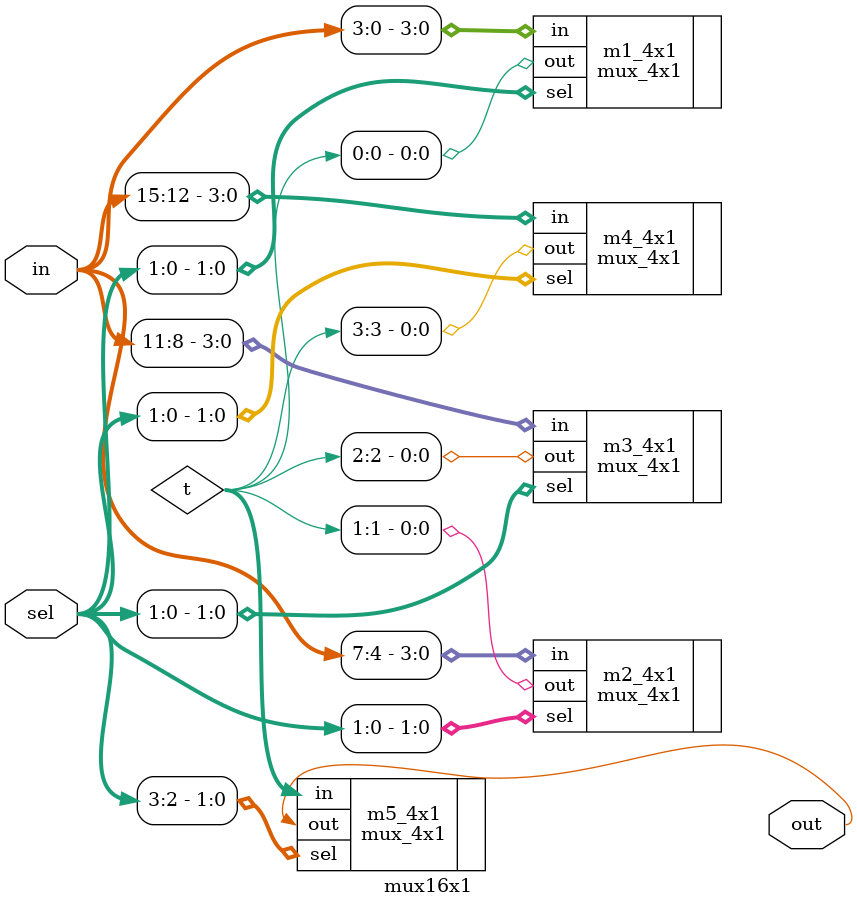
<source format=v>
/* this module is Behavioral of 16x1 mux
module mux (in,sel,out);
  input [15:0]in;
  input [3:0]sel;
  output out;
  assign out=in[sel];
endmodule  
*/

// this module is structural of 16x1 mux
module mux16x1 (out,sel,in);
    output out;
    input [3:0]sel;
    input [15:0]in;
    wire [3:0]t;

    mux_4x1 m1_4x1(.out(t[0]), .sel(sel[1:0]), .in(in[3:0]));
    mux_4x1 m2_4x1(.out(t[1]), .sel(sel[1:0]), .in(in[7:4]));
    mux_4x1 m3_4x1(.out(t[2]), .sel(sel[1:0]), .in(in[11:8]));
    mux_4x1 m4_4x1(.out(t[3]), .sel(sel[1:0]), .in(in[15:12]));
    mux_4x1 m5_4x1(.out(out), .sel(sel[3:2]), .in(t[3:0]));
endmodule

</source>
